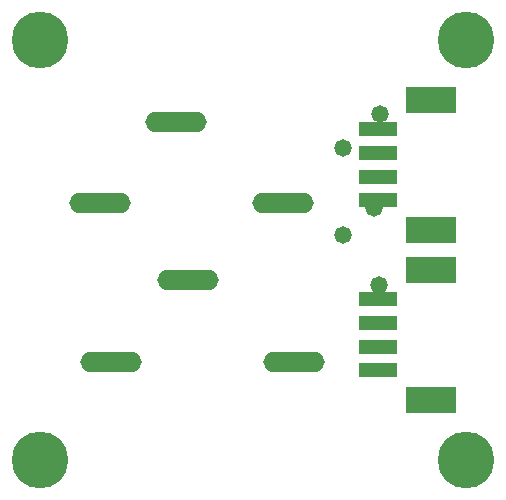
<source format=gbs>
G04*
G04 #@! TF.GenerationSoftware,Altium Limited,Altium Designer,19.0.14 (431)*
G04*
G04 Layer_Color=16711935*
%FSLAX25Y25*%
%MOIN*%
G70*
G01*
G75*
%ADD13R,0.12611X0.04737*%
%ADD14R,0.16548X0.08674*%
%ADD15O,0.20485X0.06706*%
%ADD16C,0.18910*%
%ADD17C,0.05800*%
D13*
X41732Y-16535D02*
D03*
Y-24409D02*
D03*
Y-40157D02*
D03*
Y-32283D02*
D03*
Y40157D02*
D03*
Y32283D02*
D03*
Y16535D02*
D03*
Y24409D02*
D03*
D14*
X59449Y-6692D02*
D03*
Y-50001D02*
D03*
Y50001D02*
D03*
Y6692D02*
D03*
D15*
X-25591Y42639D02*
D03*
X9843Y15473D02*
D03*
X-51181D02*
D03*
X-21654Y-10118D02*
D03*
X13780Y-37284D02*
D03*
X-47244D02*
D03*
D16*
X-70874Y69990D02*
D03*
X70872D02*
D03*
Y-69988D02*
D03*
X-70874D02*
D03*
D17*
X42429Y45268D02*
D03*
X42035Y-11716D02*
D03*
X40362Y13874D02*
D03*
X29862Y4874D02*
D03*
Y33850D02*
D03*
M02*

</source>
